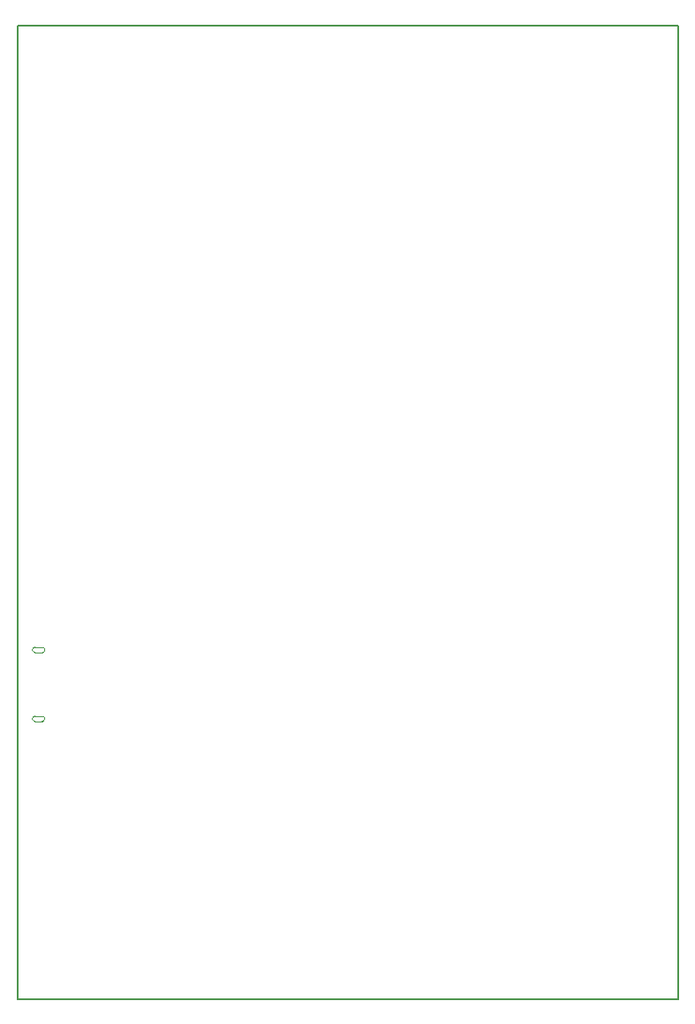
<source format=gbr>
G04 #@! TF.GenerationSoftware,KiCad,Pcbnew,(5.1.2)-1*
G04 #@! TF.CreationDate,2019-05-23T11:15:45-04:00*
G04 #@! TF.ProjectId,lc_dc1000,6c635f64-6331-4303-9030-2e6b69636164,rev?*
G04 #@! TF.SameCoordinates,Original*
G04 #@! TF.FileFunction,Profile,NP*
%FSLAX46Y46*%
G04 Gerber Fmt 4.6, Leading zero omitted, Abs format (unit mm)*
G04 Created by KiCad (PCBNEW (5.1.2)-1) date 2019-05-23 11:15:45*
%MOMM*%
%LPD*%
G04 APERTURE LIST*
%ADD10C,0.150000*%
%ADD11C,0.100000*%
G04 APERTURE END LIST*
D10*
X229997000Y-139319000D02*
X166751000Y-139319000D01*
X229997000Y-46101000D02*
X229997000Y-139319000D01*
X166751000Y-46101000D02*
X229997000Y-46101000D01*
X166751000Y-139319000D02*
X166751000Y-46101000D01*
D11*
X168433000Y-112250800D02*
X169133000Y-112250800D01*
X168183000Y-112500800D02*
G75*
G02X168433000Y-112250800I250000J0D01*
G01*
X168433000Y-112750800D02*
G75*
G02X168183000Y-112500800I0J250000D01*
G01*
X169133000Y-112750800D02*
X168433000Y-112750800D01*
X169383000Y-112500800D02*
G75*
G02X169133000Y-112750800I-250000J0D01*
G01*
X169133000Y-112250800D02*
G75*
G02X169383000Y-112500800I0J-250000D01*
G01*
X168433000Y-105650800D02*
X169133000Y-105650800D01*
X168183000Y-105900800D02*
G75*
G02X168433000Y-105650800I250000J0D01*
G01*
X168433000Y-106150800D02*
G75*
G02X168183000Y-105900800I0J250000D01*
G01*
X169133000Y-106150800D02*
X168433000Y-106150800D01*
X169383000Y-105900800D02*
G75*
G02X169133000Y-106150800I-250000J0D01*
G01*
X169133000Y-105650800D02*
G75*
G02X169383000Y-105900800I0J-250000D01*
G01*
M02*

</source>
